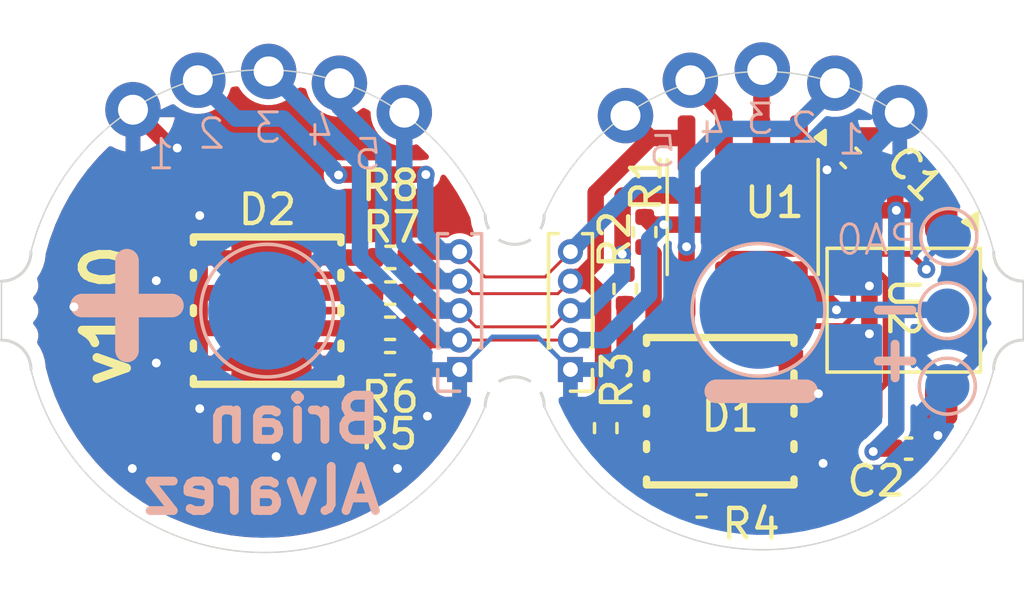
<source format=kicad_pcb>
(kicad_pcb (version 20241229) (generator "pcbnew") (generator_version "9.0")
  (layers (0 "F.Cu" signal) (2 "B.Cu" signal) (13 "F.Paste" user) (15 "B.Paste" user) (5 "F.SilkS" user "F.Silkscreen") (7 "B.SilkS" user "B.Silkscreen") (1 "F.Mask" user) (3 "B.Mask" user) (25 "Edge.Cuts" user))
  (net 0 "")
  (net 1 "VBATT")
  (net 2 "GND")
  (net 3 "/PA1")
  (net 4 "/PA7")
  (net 5 "/PA6")
  (net 6 "/PA2")
  (net 7 "/PA0")
  (net 8 "Net-(D1-Pad2)")
  (net 9 "Net-(D1-Pad4)")
  (net 10 "Net-(D1-Pad6)")
  (net 11 "Net-(D1-Pad8)")
  (net 12 "Net-(D2-Pad4)")
  (net 13 "Net-(D2-Pad8)")
  (net 14 "Net-(D2-Pad2)")
  (net 15 "Net-(D2-Pad6)")
  (net 16 "/PA3")
  (footprint "Resistor_SMD:R_0402_1005Metric" (layer "F.Cu") (at 105.723817 33.822241)
    (property "Reference" "R7" (at 0.0508 -2.2352 0) (layer "F.SilkS"))
    (property "Value" "27")
    (fp_line (start -0.153641 -0.38) (end 0.153641 -0.38) (stroke (width 0.12)) (layer "F.SilkS"))
    (fp_line (start -0.153641 0.38) (end 0.153641 0.38) (stroke (width 0.12)) (layer "F.SilkS"))
    (pad "1" smd roundrect (at -0.51 0) (size 0.54 0.64) (layers "F.Cu" "F.Mask" "F.Paste") (net 15 "Net-(D2-Pad6)"))
    (pad "2" smd roundrect (at 0.51 0) (size 0.54 0.64) (layers "F.Cu" "F.Mask" "F.Paste") (net 3 "/PA1"))
  )
  (footprint "Connector_PinHeader_1.00mm:PinHeader_1x05_P1.00mm_Vertical" (layer "F.Cu") (at 111.832825 36.417001 180)
    (property "Reference" "J2" (hide yes))
    (property "Value" "Conn_01x05" (hide yes))
    (fp_line (start 0.745 0.735) (end 0.745 4.61) (stroke (width 0.12)) (layer "F.SilkS"))
    (fp_line (start 0.685565 0.735) (end 0.745 0.735) (stroke (width 0.12)) (layer "F.SilkS"))
    (fp_line (start 0.41003 4.61) (end 0.745 4.61) (stroke (width 0.12)) (layer "F.SilkS"))
    (fp_line (start -0.745 4.61) (end -0.41003 4.61) (stroke (width 0.12)) (layer "F.SilkS"))
    (fp_line (start -0.745 0.735) (end -0.685565 0.735) (stroke (width 0.12)) (layer "F.SilkS"))
    (fp_line (start -0.745 0.735) (end -0.745 4.61) (stroke (width 0.12)) (layer "F.SilkS"))
    (fp_line (start -0.745 0) (end -0.745 -0.735) (stroke (width 0.12)) (layer "F.SilkS"))
    (fp_line (start -0.745 -0.735) (end 0 -0.735) (stroke (width 0.12)) (layer "F.SilkS"))
    (pad "1" thru_hole rect (at 0 0 180) (size 0.85 0.85) (drill 0.5) (layers "*.Cu" "*.Mask") (net 1 "VBATT"))
    (pad "2" thru_hole circle (at 0 1 180) (size 0.85 0.85) (drill 0.5) (layers "*.Cu" "*.Mask") (net 5 "/PA6"))
    (pad "3" thru_hole circle (at 0 2 180) (size 0.85 0.85) (drill 0.5) (layers "*.Cu" "*.Mask") (net 4 "/PA7"))
    (pad "4" thru_hole circle (at 0 3 180) (size 0.85 0.85) (drill 0.5) (layers "*.Cu" "*.Mask") (net 3 "/PA1"))
    (pad "5" thru_hole circle (at 0 4 180) (size 0.85 0.85) (drill 0.5) (layers "*.Cu" "*.Mask") (net 6 "/PA2"))
  )
  (footprint "Custom:1x01_P2.54mm castellated" (layer "F.Cu") (at 99.2 26.6 90)
    (property "Reference" "J8")
    (property "Value" "Conn_01x01")
    (pad "1" thru_hole circle (at 0 0 180) (size 1.8796 1.8796) (drill 1.016) (property pad_prop_castellated) (layers "*.Cu" "*.Mask") (net 6 "/PA2"))
  )
  (footprint "Panelization:MouseBite-Part_2.0x2.0mm_outset_D0.5mm_P0.85mm_3h" (layer "F.Cu") (at 126.183825 34.417 -90)
    (property "Reference" "REF**" (hide yes))
    (property "Value" "MouseBite-Part_2.0x2.0mm_outset_D0.5mm_P0.85mm_3h" (hide yes))
    (fp_arc (start 2 0) (mid 1.292893 -0.292893) (end 1 -1) (stroke (width 0.1)) (layer "Edge.Cuts"))
    (fp_arc (start -1 -1) (mid -1.292893 -0.292893) (end -2 0) (stroke (width 0.1)) (layer "Edge.Cuts"))
    (pad "" np_thru_hole circle (at -0.85 -0.25 90) (size 0.5 0.5) (drill 0.5) (layers "*.Cu" "*.Mask"))
    (pad "" np_thru_hole circle (at 0 -0.25 90) (size 0.5 0.5) (drill 0.5) (layers "*.Cu" "*.Mask"))
    (pad "" np_thru_hole circle (at 0.85 -0.25 90) (size 0.5 0.5) (drill 0.5) (layers "*.Cu" "*.Mask"))
  )
  (footprint "Package_SO:SOIC-8_3.9x4.9mm_P1.27mm" (layer "F.Cu") (at 117.674825 31.242 -90)
    (property "Reference" "U1" (at -0.492 -1.075175 180) (layer "F.SilkS"))
    (property "Value" "ATtiny202-SS" (hide yes))
    (fp_line (start 0 2.56) (end -1.95 2.56) (stroke (width 0.12)) (layer "F.SilkS"))
    (fp_line (start 0 2.56) (end 1.95 2.56) (stroke (width 0.12)) (layer "F.SilkS"))
    (fp_line (start 0 -2.56) (end -1.95 -2.56) (stroke (width 0.12)) (layer "F.SilkS"))
    (fp_line (start 0 -2.56) (end 1.95 -2.56) (stroke (width 0.12)) (layer "F.SilkS"))
    (fp_poly (pts (xy -2.7 -2.465) (xy -2.94 -2.795) (xy -2.46 -2.795)) (stroke (width 0.12)) (fill yes) (layer "F.SilkS"))
    (pad "1" smd roundrect (at -2.475 -1.905 270) (size 1.95 0.6) (layers "F.Cu" "F.Mask" "F.Paste") (net 1 "VBATT"))
    (pad "2" smd roundrect (at -2.475 -0.635 270) (size 1.95 0.6) (layers "F.Cu" "F.Mask" "F.Paste") (net 5 "/PA6"))
    (pad "3" smd roundrect (at -2.475 0.635 270) (size 1.95 0.6) (layers "F.Cu" "F.Mask" "F.Paste") (net 4 "/PA7"))
    (pad "4" smd roundrect (at -2.475 1.905 270) (size 1.95 0.6) (layers "F.Cu" "F.Mask" "F.Paste") (net 3 "/PA1"))
    (pad "5" smd roundrect (at 2.475 1.905 270) (size 1.95 0.6) (layers "F.Cu" "F.Mask" "F.Paste") (net 6 "/PA2"))
    (pad "6" smd roundrect (at 2.475 0.635 270) (size 1.95 0.6) (layers "F.Cu" "F.Mask" "F.Paste") (net 7 "/PA0"))
    (pad "7" smd roundrect (at 2.475 -0.635 270) (size 1.95 0.6) (layers "F.Cu" "F.Mask" "F.Paste") (net 16 "/PA3"))
    (pad "8" smd roundrect (at 2.475 -1.905 270) (size 1.95 0.6) (layers "F.Cu" "F.Mask" "F.Paste") (net 2 "GND"))
  )
  (footprint "Custom:1x01_P2.54mm castellated" (layer "F.Cu") (at 104 26.7 90)
    (property "Reference" "J10")
    (property "Value" "Conn_01x01")
    (pad "1" thru_hole circle (at 0 0 180) (size 1.8796 1.8796) (drill 1.016) (property pad_prop_castellated) (layers "*.Cu" "*.Mask") (net 4 "/PA7"))
  )
  (footprint "easyeda2kicad:LED-SMD_8P-L5.0-W5.0-P1.20_HL-5050RGBW-S1-A27" (layer "F.Cu") (at 116.912824 37.831498)
    (property "Reference" "D1" (at 0.337176 0.168502 0) (layer "F.SilkS"))
    (property "Value" "HL-5050RGBW-S1-A27")
    (fp_line (start -2.5 -2.5) (end -2.5 -2.3) (stroke (width 0.25)) (layer "F.SilkS"))
    (fp_line (start -2.5 -1.3) (end -2.5 -1.1) (stroke (width 0.25)) (layer "F.SilkS"))
    (fp_line (start -2.5 -0.1) (end -2.5 0.1) (stroke (width 0.25)) (layer "F.SilkS"))
    (fp_line (start -2.5 1.1) (end -2.5 1.3) (stroke (width 0.25)) (layer "F.SilkS"))
    (fp_line (start -2.5 2.3) (end -2.5 2.5) (stroke (width 0.25)) (layer "F.SilkS"))
    (fp_line (start -2.5 2.5) (end 2.5 2.5) (stroke (width 0.25)) (layer "F.SilkS"))
    (fp_line (start 2.5 -2.5) (end -2.5 -2.5) (stroke (width 0.25)) (layer "F.SilkS"))
    (fp_line (start 2.5 -2.3) (end 2.5 -2.5) (stroke (width 0.25)) (layer "F.SilkS"))
    (fp_line (start 2.5 -1.1) (end 2.5 -1.3) (stroke (width 0.25)) (layer "F.SilkS"))
    (fp_line (start 2.5 0.1) (end 2.5 -0.1) (stroke (width 0.25)) (layer "F.SilkS"))
    (fp_line (start 2.5 1.3) (end 2.5 1.1) (stroke (width 0.25)) (layer "F.SilkS"))
    (fp_line (start 2.5 2.5) (end 2.5 2.3) (stroke (width 0.25)) (layer "F.SilkS"))
    (pad "1" smd rect (at 2.26 -1.8 90) (size 0.54 1.1) (layers "F.Cu" "F.Mask" "F.Paste") (net 1 "VBATT"))
    (pad "2" smd rect (at -2.26 -1.8 90) (size 0.54 1.1) (layers "F.Cu" "F.Mask" "F.Paste") (net 8 "Net-(D1-Pad2)"))
    (pad "3" smd rect (at 2.26 -0.6 90) (size 0.54 1.1) (layers "F.Cu" "F.Mask" "F.Paste") (net 1 "VBATT"))
    (pad "4" smd rect (at -2.26 -0.6 90) (size 0.54 1.1) (layers "F.Cu" "F.Mask" "F.Paste") (net 9 "Net-(D1-Pad4)"))
    (pad "5" smd rect (at 2.26 0.6 90) (size 0.54 1.1) (layers "F.Cu" "F.Mask" "F.Paste") (net 1 "VBATT"))
    (pad "6" smd rect (at -2.26 0.6 90) (size 0.54 1.1) (layers "F.Cu" "F.Mask" "F.Paste") (net 10 "Net-(D1-Pad6)"))
    (pad "7" smd rect (at 2.26 1.8 90) (size 0.54 1.1) (layers "F.Cu" "F.Mask" "F.Paste") (net 1 "VBATT"))
    (pad "8" smd rect (at -2.26 1.8 90) (size 0.54 1.1) (layers "F.Cu" "F.Mask" "F.Paste") (net 11 "Net-(D1-Pad8)"))
  )
  (footprint "Panelization:MouseBite-Slot_2.0x4.5mm_outset_D0.5mm_P0.85mm_5h_Trace" (layer "F.Cu") (at 110.943825 34.417 90)
    (property "Reference" "REF**" (hide yes))
    (property "Value" "MouseBite-Slot_2.0x4.5mm_outset_D0.5mm_P0.85mm_5h_Trace" (hide yes))
    (fp_arc (start -3.25 -2) (mid -2.25 -1) (end -3.25 0) (stroke (width 0.1)) (layer "Edge.Cuts"))
    (fp_arc (start 3.25 0) (mid 2.25 -1) (end 3.25 -2) (stroke (width 0.1)) (layer "Edge.Cuts"))
    (pad "" np_thru_hole circle (at -2.55 -1.75 270) (size 0.5 0.5) (drill 0.5) (layers "*.Cu" "*.Mask"))
    (pad "" np_thru_hole circle (at -2.55 -0.25 270) (size 0.5 0.5) (drill 0.5) (layers "*.Cu" "*.Mask"))
    (pad "" np_thru_hole circle (at -1.7 -1.75 270) (size 0.5 0.5) (drill 0.5) (layers "*.Cu" "*.Mask"))
    (pad "" np_thru_hole circle (at -1.7 -0.25 270) (size 0.5 0.5) (drill 0.5) (layers "*.Cu" "*.Mask"))
    (pad "" np_thru_hole circle (at 0 -1.75 270) (size 0.5 0.5) (drill 0.5) (layers "*.Cu" "*.Mask"))
    (pad "" np_thru_hole circle (at 0 -0.25 270) (size 0.5 0.5) (drill 0.5) (layers "*.Cu" "*.Mask"))
    (pad "" np_thru_hole circle (at 1.7 -1.75 270) (size 0.5 0.5) (drill 0.5) (layers "*.Cu" "*.Mask"))
    (pad "" np_thru_hole circle (at 1.7 -0.25 270) (size 0.5 0.5) (drill 0.5) (layers "*.Cu" "*.Mask"))
    (pad "" np_thru_hole circle (at 2.55 -1.75 270) (size 0.5 0.5) (drill 0.5) (layers "*.Cu" "*.Mask"))
    (pad "" np_thru_hole circle (at 2.55 -0.25 270) (size 0.5 0.5) (drill 0.5) (layers "*.Cu" "*.Mask"))
  )
  (footprint "Custom:1x01_P2.54mm castellated" (layer "F.Cu") (at 97 27.6 90)
    (property "Reference" "J12")
    (property "Value" "Conn_01x01")
    (pad "1" thru_hole circle (at 0 0 180) (size 1.8796 1.8796) (drill 1.016) (property pad_prop_castellated) (layers "*.Cu" "*.Mask") (net 1 "VBATT"))
  )
  (footprint "Custom:1x01_P2.54mm castellated" (layer "F.Cu") (at 101.6 26.3 90)
    (property "Reference" "J11")
    (property "Value" "Conn_01x01")
    (pad "1" thru_hole circle (at 0 0 180) (size 1.8796 1.8796) (drill 1.016) (property pad_prop_castellated) (layers "*.Cu" "*.Mask") (net 5 "/PA6"))
  )
  (footprint "Resistor_SMD:R_0402_1005Metric" (layer "F.Cu") (at 113.6904 33.6804 -90)
    (property "Reference" "R2" (at -1.6764 0.3556 90) (layer "F.SilkS"))
    (property "Value" "27" (hide yes))
    (fp_line (start -0.153641 0.38) (end 0.153641 0.38) (stroke (width 0.12)) (layer "F.SilkS"))
    (fp_line (start -0.153641 -0.38) (end 0.153641 -0.38) (stroke (width 0.12)) (layer "F.SilkS"))
    (pad "1" smd roundrect (at -0.51 0 270) (size 0.54 0.64) (layers "F.Cu" "F.Mask" "F.Paste") (net 4 "/PA7"))
    (pad "2" smd roundrect (at 0.51 0 270) (size 0.54 0.64) (layers "F.Cu" "F.Mask" "F.Paste") (net 9 "Net-(D1-Pad4)"))
  )
  (footprint "Resistor_SMD:R_0402_1005Metric" (layer "F.Cu") (at 105.718284 35.017318)
    (property "Reference" "R6" (at 0 2.3368 0) (layer "F.SilkS"))
    (property "Value" "27")
    (fp_line (start -0.153641 -0.38) (end 0.153641 -0.38) (stroke (width 0.12)) (layer "F.SilkS"))
    (fp_line (start -0.153641 0.38) (end 0.153641 0.38) (stroke (width 0.12)) (layer "F.SilkS"))
    (pad "1" smd roundrect (at -0.51 0) (size 0.54 0.64) (layers "F.Cu" "F.Mask" "F.Paste") (net 12 "Net-(D2-Pad4)"))
    (pad "2" smd roundrect (at 0.51 0) (size 0.54 0.64) (layers "F.Cu" "F.Mask" "F.Paste") (net 4 "/PA7"))
  )
  (footprint "Custom:1x01_P2.54mm castellated" (layer "F.Cu") (at 115.9 26.6 90)
    (property "Reference" "J4")
    (property "Value" "Conn_01x01")
    (pad "1" thru_hole circle (at 0 0 180) (size 1.8796 1.8796) (drill 1.016) (property pad_prop_castellated) (layers "*.Cu" "*.Mask") (net 4 "/PA7"))
  )
  (footprint "Resistor_SMD:R_0402_1005Metric" (layer "F.Cu") (at 105.72946 32.6136)
    (property "Reference" "R8" (at 0.002 -2.4384 0) (layer "F.SilkS"))
    (property "Value" "75")
    (fp_line (start -0.153641 -0.38) (end 0.153641 -0.38) (stroke (width 0.12)) (layer "F.SilkS"))
    (fp_line (start -0.153641 0.38) (end 0.153641 0.38) (stroke (width 0.12)) (layer "F.SilkS"))
    (pad "1" smd roundrect (at -0.51 0) (size 0.54 0.64) (layers "F.Cu" "F.Mask" "F.Paste") (net 13 "Net-(D2-Pad8)"))
    (pad "2" smd roundrect (at 0.51 0) (size 0.54 0.64) (layers "F.Cu" "F.Mask" "F.Paste") (net 6 "/PA2"))
  )
  (footprint "Resistor_SMD:R_0402_1005Metric" (layer "F.Cu") (at 113.03 38.4048 -90)
    (property "Reference" "R3" (at -1.6256 -0.38 270) (layer "F.SilkS"))
    (property "Value" "27" (hide yes))
    (fp_line (start -0.153641 0.38) (end 0.153641 0.38) (stroke (width 0.12)) (layer "F.SilkS"))
    (fp_line (start -0.153641 -0.38) (end 0.153641 -0.38) (stroke (width 0.12)) (layer "F.SilkS"))
    (pad "1" smd roundrect (at -0.51 0 270) (size 0.54 0.64) (layers "F.Cu" "F.Mask" "F.Paste") (net 3 "/PA1"))
    (pad "2" smd roundrect (at 0.51 0 270) (size 0.54 0.64) (layers "F.Cu" "F.Mask" "F.Paste") (net 10 "Net-(D1-Pad6)"))
  )
  (footprint "Custom:1x01_P2.54mm castellated" (layer "F.Cu") (at 113.7 27.8 90)
    (property "Reference" "J5")
    (property "Value" "Conn_01x01")
    (pad "1" thru_hole circle (at 0 0 180) (size 1.8796 1.8796) (drill 1.016) (property pad_prop_castellated) (layers "*.Cu" "*.Mask") (net 3 "/PA1"))
  )
  (footprint "OptoDevice:Everlight_IRM-H6xxT" (layer "F.Cu") (at 123.135824 34.402498 -90)
    (property "Reference" "U2" (at -0.097502 0 270) (layer "F.SilkS"))
    (property "Value" "IRM-H638T/TR2" (hide yes))
    (fp_line (start -2.1 2.6) (end -2.1 -2.6) (stroke (width 0.12)) (layer "F.SilkS"))
    (fp_line (start 2.1 2.6) (end -2.1 2.6) (stroke (width 0.12)) (layer "F.SilkS"))
    (fp_line (start -2.1 -2.6) (end 2.1 -2.6) (stroke (width 0.12)) (layer "F.SilkS"))
    (fp_line (start 2.1 -2.6) (end 2.1 2.6) (stroke (width 0.12)) (layer "F.SilkS"))
    (fp_poly (pts (xy -3.299999 -2.5) (xy -2.7 -2.5) (xy -3 -2)) (stroke (width 0.12)) (fill yes) (layer "F.SilkS"))
    (pad "1" smd roundrect (at -3.15 -1.27 270) (size 1.5 1.1) (layers "F.Cu" "F.Mask" "F.Paste") (net 2 "GND"))
    (pad "2" smd roundrect (at -3.15 1.27 270) (size 1.5 1.1) (layers "F.Cu" "F.Mask" "F.Paste") (net 2 "GND"))
    (pad "3" smd roundrect (at 3.15 1.27 270) (size 1.5 1.1) (layers "F.Cu" "F.Mask" "F.Paste") (net 16 "/PA3"))
    (pad "4" smd roundrect (at 3.15 -1.27 270) (size 1.5 1.1) (layers "F.Cu" "F.Mask" "F.Paste") (net 1 "VBATT"))
  )
  (footprint "Custom:1x01_P2.54mm castellated" (layer "F.Cu") (at 120.8 26.7 90)
    (property "Reference" "J6")
    (property "Value" "Conn_01x01")
    (pad "1" thru_hole circle (at 0 0 180) (size 1.8796 1.8796) (drill 1.016) (property pad_prop_castellated) (layers "*.Cu" "*.Mask") (net 6 "/PA2"))
  )
  (footprint "Panelization:MouseBite-Part_2.0x2.0mm_outset_D0.5mm_P0.85mm_3h" (layer "F.Cu") (at 93.540825 34.417 90)
    (property "Reference" "REF**" (hide yes))
    (property "Value" "MouseBite-Part_2.0x2.0mm_outset_D0.5mm_P0.85mm_3h" (hide yes))
    (fp_arc (start -1 -1) (mid -1.292893 -0.292893) (end -2 0) (stroke (width 0.1)) (layer "Edge.Cuts"))
    (fp_arc (start 2 0) (mid 1.292893 -0.292893) (end 1 -1) (stroke (width 0.1)) (layer "Edge.Cuts"))
    (pad "" np_thru_hole circle (at -0.85 -0.25 270) (size 0.5 0.5) (drill 0.5) (layers "*.Cu" "*.Mask"))
    (pad "" np_thru_hole circle (at 0 -0.25 270) (size 0.5 0.5) (drill 0.5) (layers "*.Cu" "*.Mask"))
    (pad "" np_thru_hole circle (at 0.85 -0.25 270) (size 0.5 0.5) (drill 0.5) (layers "*.Cu" "*.Mask"))
  )
  (footprint "Custom:1x01_P2.54mm castellated" (layer "F.Cu") (at 123 27.7 90)
    (property "Reference" "J7")
    (property "Value" "Conn_01x01")
    (pad "1" thru_hole circle (at 0 0 180) (size 1.8796 1.8796) (drill 1.016) (property pad_prop_castellated) (layers "*.Cu" "*.Mask") (net 1 "VBATT"))
  )
  (footprint "Resistor_SMD:R_0402_1005Metric" (layer "F.Cu") (at 105.716799 36.2204 180)
    (property "Reference" "R5" (at 0.0508 -2.3876 0) (layer "F.SilkS"))
    (property "Value" "27")
    (fp_line (start -0.153641 0.38) (end 0.153641 0.38) (stroke (width 0.12)) (layer "F.SilkS"))
    (fp_line (start -0.153641 -0.38) (end 0.153641 -0.38) (stroke (width 0.12)) (layer "F.SilkS"))
    (pad "1" smd roundrect (at -0.51 0 180) (size 0.54 0.64) (layers "F.Cu" "F.Mask" "F.Paste") (net 5 "/PA6"))
    (pad "2" smd roundrect (at 0.51 0 180) (size 0.54 0.64) (layers "F.Cu" "F.Mask" "F.Paste") (net 14 "Net-(D2-Pad2)"))
  )
  (footprint "Capacitor_SMD:C_0402_1005Metric" (layer "F.Cu") (at 121.3358 29.2354 -45)
    (property "Reference" "C1" (at 1.894198 -1.166443 135) (layer "F.SilkS"))
    (property "Value" "100nF" (hide yes))
    (fp_line (start -0.107836 0.36) (end 0.107836 0.36) (stroke (width 0.12)) (layer "F.SilkS"))
    (fp_line (start -0.107836 -0.36) (end 0.107836 -0.36) (stroke (width 0.12)) (layer "F.SilkS"))
    (pad "1" smd roundrect (at -0.48 0 315) (size 0.56 0.62) (layers "F.Cu" "F.Mask" "F.Paste") (net 1 "VBATT"))
    (pad "2" smd roundrect (at 0.48 0 315) (size 0.56 0.62) (layers "F.Cu" "F.Mask" "F.Paste") (net 2 "GND"))
  )
  (footprint "easyeda2kicad:LED-SMD_8P-L5.0-W5.0-P1.20_HL-5050RGBW-S1-A27" (layer "F.Cu") (at 101.5492 34.417 180)
    (property "Reference" "D2" (at -0.011 3.4278 0) (layer "F.SilkS"))
    (property "Value" "HL-5050RGBW-S1-A27" (hide yes))
    (fp_line (start 2.5 2.5) (end 2.5 2.3) (stroke (width 0.25)) (layer "F.SilkS"))
    (fp_line (start 2.5 1.3) (end 2.5 1.1) (stroke (width 0.25)) (layer "F.SilkS"))
    (fp_line (start 2.5 0.1) (end 2.5 -0.1) (stroke (width 0.25)) (layer "F.SilkS"))
    (fp_line (start 2.5 -1.1) (end 2.5 -1.3) (stroke (width 0.25)) (layer "F.SilkS"))
    (fp_line (start 2.5 -2.3) (end 2.5 -2.5) (stroke (width 0.25)) (layer "F.SilkS"))
    (fp_line (start 2.5 -2.5) (end -2.5 -2.5) (stroke (width 0.25)) (layer "F.SilkS"))
    (fp_line (start -2.5 2.5) (end 2.5 2.5) (stroke (width 0.25)) (layer "F.SilkS"))
    (fp_line (start -2.5 2.3) (end -2.5 2.5) (stroke (width 0.25)) (layer "F.SilkS"))
    (fp_line (start -2.5 1.1) (end -2.5 1.3) (stroke (width 0.25)) (layer "F.SilkS"))
    (fp_line (start -2.5 -0.1) (end -2.5 0.1) (stroke (width 0.25)) (layer "F.SilkS"))
    (fp_line (start -2.5 -1.3) (end -2.5 -1.1) (stroke (width 0.25)) (layer "F.SilkS"))
    (fp_line (start -2.5 -2.5) (end -2.5 -2.3) (stroke (width 0.25)) (layer "F.SilkS"))
    (pad "1" smd rect (at 2.26 -1.8 270) (size 0.54 1.1) (layers "F.Cu" "F.Mask" "F.Paste") (net 1 "VBATT"))
    (pad "2" smd rect (at -2.26 -1.8 270) (size 0.54 1.1) (layers "F.Cu" "F.Mask" "F.Paste") (net 14 "Net-(D2-Pad2)"))
    (pad "3" smd rect (at 2.26 -0.6 270) (size 0.54 1.1) (layers "F.Cu" "F.Mask" "F.Paste") (net 1 "VBATT"))
    (pad "4" smd rect (at -2.26 -0.6 270) (size 0.54 1.1) (layers "F.Cu" "F.Mask" "F.Paste") (net 12 "Net-(D2-Pad4)"))
    (pad "5" smd rect (at 2.26 0.6 270) (size 0.54 1.1) (layers "F.Cu" "F.Mask" "F.Paste") (net 1 "VBATT"))
    (pad "6" smd rect (at -2.26 0.6 270) (size 0.54 1.1) (layers "F.Cu" "F.Mask" "F.Paste") (net 15 "Net-(D2-Pad6)"))
    (pad "7" smd rect (at 2.26 1.8 270) (size 0.54 1.1) (layers "F.Cu" "F.Mask" "F.Paste") (net 1 "VBATT"))
    (pad "8" smd rect (at -2.26 1.8 270) (size 0.54 1.1) (layers "F.Cu" "F.Mask" "F.Paste") (net 13 "Net-(D2-Pad8)"))
  )
  (footprint "Resistor_SMD:R_0402_1005Metric" (layer "F.Cu") (at 114.3508 31.75 90)
    (property "Reference" "R1" (at 1.6764 0.0508 90) (layer "F.SilkS"))
    (property "Value" "27" (hide yes))
    (fp_line (start -0.153641 -0.38) (end 0.153641 -0.38) (stroke (width 0.12)) (layer "F.SilkS"))
    (fp_line (start -0.153641 0.38) (end 0.153641 0.38) (stroke (width 0.12)) (layer "F.SilkS"))
    (pad "1" smd roundrect (at -0.51 0 90) (size 0.54 0.64) (layers "F.Cu" "F.Mask" "F.Paste") (net 8 "Net-(D1-Pad2)"))
    (pad "2" smd roundrect (at 0.51 0 90) (size 0.54 0.64) (layers "F.Cu" "F.Mask" "F.Paste") (net 5 "/PA6"))
  )
  (footprint "Custom:1x01_P2.54mm castellated" (layer "F.Cu") (at 106.2 27.7 90)
    (property "Reference" "J9")
    (property "Value" "Conn_01x01")
    (pad "1" thru_hole circle (at 0 0 180) (size 1.8796 1.8796) (drill 1.016) (property pad_prop_castellated) (layers "*.Cu" "*.Mask") (net 3 "/PA1"))
  )
  (footprint "Capacitor_SMD:C_0402_1005Metric" (layer "F.Cu") (at 123.3 39.1 180)
    (property "Reference" "C2" (at 1.1 -1.1 0) (layer "F.SilkS"))
    (property "Value" "100nF" (hide yes))
    (fp_line (start -0.107836 0.36) (end 0.107836 0.36) (stroke (width 0.12)) (layer "F.SilkS"))
    (fp_line (start -0.107836 -0.36) (end 0.107836 -0.36) (stroke (width 0.12)) (layer "F.SilkS"))
    (pad "1" smd roundrect (at -0.48 0 180) (size 0.56 0.62) (layers "F.Cu" "F.Mask" "F.Paste") (net 1 "VBATT"))
    (pad "2" smd roundrect (at 0.48 0 180) (size 0.56 0.62) (layers "F.Cu" "F.Mask" "F.Paste") (net 2 "GND"))
  )
  (footprint "Resistor_SMD:R_0402_1005Metric" (layer "F.Cu") (at 116.2812 41.0464 180)
    (property "Reference" "R4" (at -1.6764 -0.6096 180) (layer "F.SilkS"))
    (property "Value" "75" (hide yes))
    (fp_line (start -0.153641 0.38) (end 0.153641 0.38) (stroke (width 0.12)) (layer "F.SilkS"))
    (fp_line (start -0.153641 -0.38) (end 0.153641 -0.38) (stroke (width 0.12)) (layer "F.SilkS"))
    (pad "1" smd roundrect (at -0.51 0 180) (size 0.54 0.64) (layers "F.Cu" "F.Mask" "F.Paste") (net 6 "/PA2"))
    (pad "2" smd roundrect (at 0.51 0 180) (size 0.54 0.64) (layers "F.Cu" "F.Mask" "F.Paste") (net 11 "Net-(D1-Pad8)"))
  )
  (footprint "Custom:1x01_P2.54mm castellated" (layer "F.Cu") (at 118.3386 26.25 90)
    (property "Reference" "J3")
    (property "Value" "Conn_01x01")
    (pad "1" thru_hole circle (at 0 0 180) (size 1.8796 1.8796) (drill 1.016) (property pad_prop_castellated) (layers "*.Cu" "*.Mask") (net 5 "/PA6"))
  )
  (footprint "Connector_PinHeader_1.00mm:PinHeader_1x05_P1.00mm_Vertical" (layer "B.Cu") (at 108.077 36.417)
    (property "Reference" "J1" (hide yes))
    (property "Value" "Conn_01x05" (hide yes))
    (fp_line (start -0.745 -4.61) (end -0.41003 -4.61) (stroke (width 0.12)) (layer "B.SilkS"))
    (fp_line (start -0.745 -0.735) (end -0.745 -4.61) (stroke (width 0.12)) (layer "B.SilkS"))
    (fp_line (start -0.745 -0.735) (end -0.685565 -0.735) (stroke (width 0.12)) (layer "B.SilkS"))
    (fp_line (start -0.745 0) (end -0.745 0.735) (stroke (width 0.12)) (layer "B.SilkS"))
    (fp_line (start -0.745 0.735) (end 0 0.735) (stroke (width 0.12)) (layer "B.SilkS"))
    (fp_line (start 0.41003 -4.61) (end 0.745 -4.61) (stroke (width 0.12)) (layer "B.SilkS"))
    (fp_line (start 0.685565 -0.735) (end 0.745 -0.735) (stroke (width 0.12)) (layer "B.SilkS"))
    (fp_line (start 0.745 -0.735) (end 0.745 -4.61) (stroke (width 0.12)) (layer "B.SilkS"))
    (pad "1" thru_hole rect (at 0 0) (size 0.85 0.85) (drill 0.5) (layers "*.Cu" "*.Mask") (net 1 "VBATT"))
    (pad "2" thru_hole circle (at 0 -1) (size 0.85 0.85) (drill 0.5) (layers "*.Cu" "*.Mask") (net 5 "/PA6"))
    (pad "3" thru_hole circle (at 0 -2) (size 0.85 0.85) (drill 0.5) (layers "*.Cu" "*.Mask") (net 4 "/PA7"))
    (pad "4" thru_hole circle (at 0 -3) (size 0.85 0.85) (drill 0.5) (layers "*.Cu" "*.Mask") (net 3 "/PA1"))
    (pad "5" thru_hole circle (at 0 -4) (size 0.85 0.85) (drill 0.5) (layers "*.Cu" "*.Mask") (net 6 "/PA2"))
  )
  (footprint "TestPoint:TestPoint_Pad_D4.0mm" (layer "B.Cu") (at 101.5492 34.417 180)
    (property "Reference" "TP1" (hide yes))
    (property "Value" "+" (hide yes))
    (fp_circle (center 0 0) (end 0 -2.25) (stroke (width 0.12)) (fill no) (layer "B.SilkS"))
    (pad "1" smd circle (at 0 0 180) (size 4 4) (layers "B.Cu" "B.Mask") (net 1 "VBATT"))
  )
  (footprint "TestPoint:TestPoint_Pad_D1.5mm" (layer "B.Cu") (at 124.6124 34.417 180)
    (property "Reference" "TP4" (hide yes))
    (property "Value" "-" (hide yes))
    (fp_circle (center 0 0) (end 0 -0.95) (stroke (width 0.12)) (fill no) (layer "B.SilkS"))
    (pad "1" smd circle (at 0 0 180) (size 1.5 1.5) (layers "B.Cu" "B.Mask") (net 2 "GND"))
  )
  (footprint "TestPoint:TestPoint_Pad_D1.5mm" (layer "B.Cu") (at 124.6124 36.9824 180)
    (property "Reference" "TP5" (hide yes))
    (property "Value" "VBATT" (hide yes))
    (fp_circle (center 0 0) (end 0 -0.95) (stroke (width 0.12)) (fill no) (layer "B.SilkS"))
    (pad "1" smd circle (at 0 0 180) (size 1.5 1.5) (layers "B.Cu" "B.Mask") (net 1 "VBATT"))
  )
  (footprint "TestPoint:TestPoint_Pad_D1.5mm" (layer "B.Cu") (at 124.6632 31.9024 180)
    (property "Reference" "TP3" (hide yes))
    (property "Value" "PA0" (hide yes))
    (fp_circle (center 0 0) (end 0 -0.95) (stroke (width 0.12)) (fill no) (layer "B.SilkS"))
    (pad "1" smd circle (at 0 0 180) (size 1.5 1.5) (layers "B.Cu" "B.Mask") (net 7 "/PA0"))
  )
  (footprint "TestPoint:TestPoint_Pad_D4.0mm" (layer "B.Cu") (at 118.2116 34.3916)
    (property "Reference" "TP2" (hide yes))
    (property "Value" "-" (hide yes))
    (fp_circle (center 0 0) (end 0 -2.25) (stroke (width 0.12)) (fill no) (layer "B.SilkS"))
    (pad "1" smd circle (at 0 0) (size 4 4) (layers "B.Cu" "B.Mask") (net 2 "GND"))
  )
  (gr_line (start 92.5408 35.417) (end 92.5408 33.417024) (stroke (width 0.05)) (layer "Edge.Cuts"))
  (gr_arc (start 93.540825 32.417) (mid 100.794209 26.270092) (end 108.943826 31.167) (stroke (width 0.05)) (layer "Edge.Cuts"))
  (gr_line (start 127.183825 35.417) (end 127.183825 33.417) (stroke (width 0.05)) (layer "Edge.Cuts"))
  (gr_arc (start 110.943825 31.167) (mid 119.011921 26.3289) (end 126.183825 32.417) (stroke (width 0.05)) (layer "Edge.Cuts"))
  (gr_arc (start 126.183826 36.417001) (mid 119.011919 42.505081) (end 110.943826 37.667) (stroke (width 0.05)) (layer "Edge.Cuts"))
  (gr_arc (start 108.943824 37.667) (mid 100.791332 42.599298) (end 93.540824 36.417001) (stroke (width 0.05)) (layer "Edge.Cuts"))
  (gr_text "v1.0" (at 96.9772 37.1348 90) (layer "F.SilkS") (effects (font (size 1.5 1.5) (thickness 0.3) (bold yes)) (justify left bottom)))
  (gr_text "Brian\nAlvarez" (at 105.5624 41.402 0) (layer "B.SilkS") (effects (font (size 1.5 1.5) (thickness 0.3) (bold yes)) (justify left bottom mirror)))
  (gr_text "-" (at 121.7168 33.6296 180) (layer "B.SilkS") (effects (font (size 1.5 1.5) (thickness 0.3) (bold yes)) (justify left bottom mirror)))
  (gr_text "+" (at 121.7168 35.3568 180) (layer "B.SilkS") (effects (font (size 1.5 1.5) (thickness 0.3) (bold yes)) (justify left bottom mirror)))
  (gr_text "PA0\n" (at 123.7 32.6 0) (layer "B.SilkS") (effects (font (size 1 1) (thickness 0.1)) (justify left bottom mirror)))
  (gr_text "-" (at 115.3 35.1 180) (layer "B.SilkS") (effects (font (size 4 4) (thickness 0.8) (bold yes)) (justify left bottom mirror)))
  (gr_text "1" (at 98.5 29.7 0) (layer "B.SilkS") (effects (font (size 1 1) (thickness 0.1)) (justify left bottom mirror)))
  (gr_text "1" (at 121.9 29.2 0) (layer "B.SilkS") (effects (font (size 1 1) (thickness 0.1)) (justify left bottom mirror)))
  (gr_text "5" (at 115.5 29.6 0) (layer "B.SilkS") (effects (font (size 1 1) (thickness 0.1)) (justify left bottom mirror)))
  (gr_text "4" (at 117.2 28.8 0) (layer "B.SilkS") (effects (font (size 1 1) (thickness 0.1)) (justify left bottom mirror)))
  (gr_text "2" (at 120.3 28.8 0) (layer "B.SilkS") (effects (font (size 1 1) (thickness 0.1)) (justify left bottom mirror)))
  (gr_text "3" (at 102.1 28.8 0) (layer "B.SilkS") (effects (font (size 1 1) (thickness 0.1)) (justify left bottom mirror)))
  (gr_text "2" (at 100.2 29 0) (layer "B.SilkS") (effects (font (size 1 1) (thickness 0.1)) (justify left bottom mirror)))
  (gr_text "5" (at 105.5 29.7 0) (layer "B.SilkS") (effects (font (size 1 1) (thickness 0.1)) (justify left bottom mirror)))
  (gr_text "4" (at 103.9 28.9 0) (layer "B.SilkS") (effects (font (size 1 1) (thickness 0.1)) (justify left bottom mirror)))
  (gr_text "+" (at 99.8 36.3 0) (layer "B.SilkS") (effects (font (size 4 4) (thickness 0.8) (bold yes)) (justify left bottom mirror)))
  (gr_text "3" (at 118.8 28.5 0) (layer "B.SilkS") (effects (font (size 1 1) (thickness 0.1)) (justify left bottom mirror)))
  (segment (start 120.7304 39.9304) (end 120.4 39.6) (width 0.5588) (layer "F.Cu") (net 1))
  (segment (start 119.172824 38.431498) (end 119.172824 39.631498) (width 0.5588) (layer "F.Cu") (net 1))
  (segment (start 120.238698 37.231498) (end 120.2436 37.2364) (width 0.5588) (layer "F.Cu") (net 1))
  (segment (start 121.418978 28.4734) (end 122.5296 28.4734) (width 0.5588) (layer "F.Cu") (net 1))
  (segment (start 120.368502 39.631498) (end 120.4 39.6) (width 0.5588) (layer "F.Cu") (net 1))
  (segment (start 123.847218 39.1) (end 124.293215 38.654003) (width 0.5588) (layer "F.Cu") (net 1))
  (segment (start 122.5296 28.4734) (end 123.1646 27.8384) (width 0.5588) (layer "F.Cu") (net 1))
  (segment (start 120.2436 36.9316) (end 121.9708 35.2044) (width 0.5588) (layer "F.Cu") (net 1))
  (segment (start 123.78 39.1) (end 123.847218 39.1) (width 0.5588) (layer "F.Cu") (net 1))
  (segment (start 119.172824 37.231498) (end 120.238698 37.231498) (width 0.5588) (layer "F.Cu") (net 1))
  (segment (start 120.996389 28.895989) (end 121.418978 28.4734) (width 0.5588) (layer "F.Cu") (net 1))
  (segment (start 124.293215 38.654003) (end 124.293215 37.665107) (width 0.5588) (layer "F.Cu") (net 1))
  (segment (start 119.172824 39.631498) (end 120.368502 39.631498) (width 0.5588) (layer "F.Cu") (net 1))
  (segment (start 98.3 28.9) (end 97 27.6) (width 0.5588) (layer "F.Cu") (net 1))
  (segment (start 120.532324 29.512998) (end 119.579825 28.560499) (width 0.5588) (layer "F.Cu") (net 1))
  (segment (start 124.293215 37.665107) (end 124.405824 37.552498) (width 0.5588) (layer "F.Cu") (net 1))
  (segment (start 120.532324 29.639998) (end 120.532324 29.512998) (width 0.5588) (layer "F.Cu") (net 1))
  (segment (start 123.78 39.260548) (end 123.110148 39.9304) (width 0.5588) (layer "F.Cu") (net 1))
  (segment (start 120.532324 29.639998) (end 120.532324 29.360054) (width 0.5588) (layer "F.Cu") (net 1))
  (segment (start 119.172824 36.031498) (end 119.172824 37.231498) (width 0.5588) (layer "F.Cu") (net 1))
  (segment (start 123.78 39.1) (end 123.78 39.260548) (width 0.5588) (layer "F.Cu") (net 1))
  (segment (start 98.5 28.9) (end 98.3 28.9) (width 0.5588) (layer "F.Cu") (net 1))
  (segment (start 120.2436 37.2364) (end 120.2436 36.9316) (width 0.5588) (layer "F.Cu") (net 1))
  (segment (start 123.110148 39.9304) (end 120.7304 39.9304) (width 0.5588) (layer "F.Cu") (net 1))
  (segment (start 120.532324 29.360054) (end 120.996389 28.895989) (width 0.5588) (layer "F.Cu") (net 1))
  (segment (start 119.172824 37.231498) (end 119.172824 38.431498) (width 0.5588) (layer "F.Cu") (net 1))
  (segment (start 121.9708 33.5788) (end 121.9708 35.2044) (width 0.5588) (layer "F.Cu") (net 1))
  (via (at 120.2436 37.2364) (size 0.6) (drill 0.3) (layers "F.Cu" "B.Cu") (net 1))
  (via (at 96.9772 39.7764) (size 0.6) (drill 0.3) (layers "F.Cu" "B.Cu") (net 1))
  (via (at 97.79 33.401) (size 0.6) (drill 0.3) (layers "F.Cu" "B.Cu") (net 1))
  (via (at 101.854 39.37) (size 0.6) (drill 0.3) (layers "F.Cu" "B.Cu") (net 1))
  (via (at 120.4 39.6) (size 0.6) (drill 0.3) (layers "F.Cu" "B.Cu") (net 1))
  (via (at 106.9848 37.9984) (size 0.6) (drill 0.3) (layers "F.Cu" "B.Cu") (net 1))
  (via (at 105.9688 39.7764) (size 0.6) (drill 0.3) (layers "F.Cu" "B.Cu") (net 1))
  (via (at 121.9708 35.2044) (size 0.6) (drill 0.3) (layers "F.Cu" "B.Cu") (net 1))
  (via (at 124.293215 38.654003) (size 0.6) (drill 0.3) (layers "F.Cu" "B.Cu") (net 1))
  (via (at 97.79 36.195) (size 0.6) (drill 0.3) (layers "F.Cu" "B.Cu") (net 1))
  (via (at 99.2632 31.1912) (size 0.6) (drill 0.3) (layers "F.Cu" "B.Cu") (net 1))
  (via (at 120.532324 29.639998) (size 0.6) (drill 0.3) (layers "F.Cu" "B.Cu") (net 1))
  (via (at 94.996 34.29) (size 0.6) (drill 0.3) (layers "F.Cu" "B.Cu") (net 1))
  (via (at 99.2632 37.7444) (size 0.6) (drill 0.3) (layers "F.Cu" "B.Cu") (net 1))
  (via (at 121.9708 33.5788) (size 0.6) (drill 0.3) (layers "F.Cu" "B.Cu") (net 1))
  (via (at 98.5 28.9) (size 0.6) (drill 0.3) (layers "F.Cu" "B.Cu") (net 1))
  (segment (start 120.532324 29.639998) (end 121.363002 29.639998) (width 0.5588) (layer "B.Cu") (net 1))
  (segment (start 120.4 39.6) (end 120.7304 39.9304) (width 0.5588) (layer "B.Cu") (net 1))
  (segment (start 124.293215 37.301585) (end 124.6124 36.9824) (width 0.5588) (layer "B.Cu") (net 1))
  (segment (start 124.293215 38.654003) (end 124.293215 37.301585) (width 0.5588) (layer "B.Cu") (net 1))
  (segment (start 121.363002 29.639998) (end 123.1646 27.8384) (width 0.5588) (layer "B.Cu") (net 1))
  (segment (start 109.188 35.306) (end 110.721824 35.306) (width 0.1524) (layer "B.Cu") (net 1))
  (segment (start 111.832825 36.417001) (end 110.721824 35.306) (width 0.1524) (layer "B.Cu") (net 1))
  (segment (start 108.077 36.417) (end 109.188 35.306) (width 0.1524) (layer "B.Cu") (net 1))
  (segment (start 120.7304 39.9304) (end 122.402542 39.9304) (width 0.5588) (layer "B.Cu") (net 1))
  (segment (start 121.943343 29.574811) (end 121.675211 29.574811) (width 0.5588) (layer "F.Cu") (net 2))
  (segment (start 122.846224 30.977799) (end 122.846224 30.477692) (width 0.5588) (layer "F.Cu") (net 2))
  (segment (start 122.881825 31.0134) (end 122.104922 31.0134) (width 0.5588) (layer "F.Cu") (net 2))
  (segment (start 122.881825 31.0134) (end 124.166726 31.0134) (width 0.5588) (layer "F.Cu") (net 2))
  (segment (start 122.82 39.1) (end 122.2 39.1) (width 0.5588) (layer "F.Cu") (net 2))
  (segment (start 122.881825 31.0134) (end 122.846224 30.977799) (width 0.5588) (layer "F.Cu") (net 2))
  (segment (start 119.579825 33.510498) (end 119.972098 33.510498) (width 0.5588) (layer "F.Cu") (net 2))
  (segment (start 124.166726 31.0134) (end 124.405824 31.252498) (width 0.5588) (layer "F.Cu") (net 2))
  (segment (start 119.972098 33.510498) (end 120.8532 34.3916) (width 0.5588) (layer "F.Cu") (net 2))
  (segment (start 122.104922 31.0134) (end 121.865824 31.252498) (width 0.5588) (layer "F.Cu") (net 2))
  (segment (start 122.2 39.1) (end 122.1 39.2) (width 0.5588) (layer "F.Cu") (net 2))
  (segment (start 122.846224 30.477692) (end 121.943343 29.574811) (width 0.5588) (layer "F.Cu") (net 2))
  (via (at 120.8532 34.3916) (size 0.6) (drill 0.3) (layers "F.Cu" "B.Cu") (net 2))
  (via (at 122.881825 31.0134) (size 0.6) (drill 0.3) (layers "F.Cu" "B.Cu") (net 2))
  (via (at 122.1 39.2) (size 0.6) (drill 0.3) (layers "F.Cu" "B.Cu") (net 2))
  (segment (start 118.2116 34.3916) (end 120.8532 34.3916) (width 0.5588) (layer "B.Cu") (net 2))
  (segment (start 122.881825 38.418175) (end 122.1 39.2) (width 0.5588) (layer "B.Cu") (net 2))
  (segment (start 122.881825 31.0134) (end 122.881824 31.013401) (width 0.5588) (layer "B.Cu") (net 2))
  (segment (start 120.8532 34.3916) (end 124.587 34.3916) (width 0.5588) (layer "B.Cu") (net 2))
  (segment (start 122.881825 36.942499) (end 122.881825 38.418175) (width 0.5588) (layer "B.Cu") (net 2))
  (segment (start 122.881824 31.013401) (end 122.881825 36.942499) (width 0.5588) (layer "B.Cu") (net 2))
  (segment (start 124.587 34.3916) (end 124.6124 34.417) (width 0.5588) (layer "B.Cu") (net 2))
  (segment (start 112.94 33.923136) (end 112.433865 33.417001) (width 0.5588) (layer "F.Cu") (net 3))
  (segment (start 111.870999 33.417001) (end 111.832825 33.417001) (width 0.5588) (layer "F.Cu") (net 3))
  (segment (start 108.077 33.417) (end 108.501999 33.841999) (width 0.1) (layer "F.Cu") (net 3))
  (segment (start 115.769825 28.560498) (end 115.769825 28.691495) (width 0.4064) (layer "F.Cu") (net 3))
  (segment (start 115.769825 28.560498) (end 114.547556 28.560498) (width 0.5588) (layer "F.Cu") (net 3))
  (segment (start 112.015599 33.272401) (end 111.870999 33.417001) (width 0.5588) (layer "F.Cu") (net 3))
  (segment (start 112.688225 32.77132) (end 112.187144 33.272401) (width 0.5588) (layer "F.Cu") (net 3))
  (segment (start 113.647658 27.6606) (end 114.547556 28.560498) (width 0.5588) (layer "F.Cu") (net 3))
  (segment (start 112.187144 33.272401) (end 112.015599 33.272401) (width 0.5588) (layer "F.Cu") (net 3))
  (segment (start 112.688225 30.419829) (end 112.688225 32.77132) (width 0.5588) (layer "F.Cu") (net 3))
  (segment (start 108.501999 33.841999) (end 111.407826 33.842) (width 0.1) (layer "F.Cu") (net 3))
  (segment (start 111.407826 33.842) (end 111.832825 33.417001) (width 0.1) (layer "F.Cu") (net 3))
  (segment (start 114.547556 28.560498) (end 112.688225 30.419829) (width 0.5588) (layer "F.Cu") (net 3))
  (segment (start 112.94 37.804801) (end 112.94 33.923136) (width 0.5588) (layer "F.Cu") (net 3))
  (segment (start 106.639057 33.417) (end 108.077 33.417) (width 0.5588) (layer "F.Cu") (net 3))
  (segment (start 106.233816 33.822241) (end 106.639057 33.417) (width 0.5588) (layer "F.Cu") (net 3))
  (segment (start 115.769824 28.560499) (end 115.769824 28.691497) (width 0.2) (layer "F.Cu") (net 3))
  (segment (start 111.548323 33.655) (end 111.705824 33.497499) (width 0.1) (layer "F.Cu") (net 3))
  (segment (start 112.433865 33.417001) (end 111.832825 33.417001) (width 0.5588) (layer "F.Cu") (net 3))
  (segment (start 113.03 37.894801) (end 112.94 37.804801) (width 0.5588) (layer "F.Cu") (net 3))
  (segment (start 113.538 27.6606) (end 113.647658 27.6606) (width 0.5588) (layer "F.Cu") (net 3))
  (segment (start 111.705824 33.513498) (end 111.705824 33.497498) (width 0.2) (layer "F.Cu") (net 3))
  (segment (start 107.47596 33.417) (end 108.077 33.417) (width 0.5588) (layer "B.Cu") (net 3))
  (segment (start 106.2 32.14104) (end 107.47596 33.417) (width 0.5588) (layer "B.Cu") (net 3))
  (segment (start 106.2 27.7) (end 106.2 32.14104) (width 0.5588) (layer "B.Cu") (net 3))
  (segment (start 111.832825 34.417) (end 112.120775 34.417) (width 0.2) (layer "F.Cu") (net 4))
  (segment (start 112.157825 34.45405) (end 112.157825 34.417) (width 0.2) (layer "F.Cu") (net 4))
  (segment (start 116.270361 30.511463) (end 117.039825 29.741999) (width 0.5588) (layer "F.Cu") (net 4))
  (segment (start 106.228283 35.017318) (end 106.828602 34.416999) (width 0.5588) (layer "F.Cu") (net 4))
  (segment (start 106.828602 34.416999) (end 108.077 34.416999) (width 0.5588) (layer "F.Cu") (net 4))
  (segment (start 113.6904 33.1704) (end 113.6004 33.0804) (width 0.5588) (layer "F.Cu") (net 4))
  (segment (start 113.738537 30.511463) (end 116.270361 30.511463) (width 0.5588) (layer "F.Cu") (net 4))
  (segment (start 111.235322 34.968) (end 111.705824 34.497498) (width 0.1) (layer "F.Cu") (net 4))
  (segment (start 108.077 34.416999) (end 108.628001 34.968) (width 0.1) (layer "F.Cu") (net 4))
  (segment (start 117.039825 27.733425) (end 115.8494 26.543) (width 0.5588) (layer "F.Cu") (net 4))
  (segment (start 108.628001 34.968) (end 111.235322 34.968) (width 0.1) (layer "F.Cu") (net 4))
  (segment (start 112.157825 34.417) (end 111.832825 34.417) (width 0.2) (layer "F.Cu") (net 4))
  (segment (start 113.6004 30.6496) (end 113.738537 30.511463) (width 0.5588) (layer "F.Cu") (net 4))
  (segment (start 117.039825 28.560498) (end 117.039825 27.733425) (width 0.5588) (layer "F.Cu") (net 4))
  (segment (start 117.039825 29.535497) (end 117.039825 28.560498) (width 0.5588) (layer "F.Cu") (net 4))
  (segment (start 113.6004 30.511463) (end 113.738537 30.511463) (width 0.5588) (layer "F.Cu") (net 4))
  (segment (start 111.732543 34.497498) (end 111.705824 34.497497) (width 0.2) (layer "F.Cu") (net 4))
  (segment (start 117.039825 29.741999) (end 117.039825 28.767) (width 0.5588) (layer "F.Cu") (net 4))
  (segment (start 113.6004 33.0804) (end 113.6004 30.6496) (width 0.5588) (layer "F.Cu") (net 4))
  (via (at 113.590482 32.501289) (size 0.6) (drill 0.3) (layers "F.Cu" "B.Cu") (net 4))
  (segment (start 104 26.7) (end 104 27.5098) (width 0.5588) (layer "B.Cu") (net 4))
  (segment (start 112.433865 34.417) (end 113.590482 33.260383) (width 0.5588) (layer "B.Cu") (net 4))
  (segment (start 108.077 34.417) (end 107.472152 34.417) (width 0.5588) (layer "B.Cu") (net 4))
  (segment (start 104 27.5098) (end 105.4902 29) (width 0.5588) (layer "B.Cu") (net 4))
  (segment (start 107.472152 34.417) (end 105.4902 32.435048) (width 0.5588) (layer "B.Cu") (net 4))
  (segment (start 105.4902 32.435048) (end 105.4902 29) (width 0.5588) (layer "B.Cu") (net 4))
  (segment (start 111.832825 34.417) (end 112.433865 34.417) (width 0.5588) (layer "B.Cu") (net 4))
  (segment (start 113.590482 33.260383) (end 113.590482 32.501289) (width 0.5588) (layer "B.Cu") (net 4))
  (segment (start 111.625325 35.417) (end 111.705824 35.497499) (width 0.1) (layer "F.Cu") (net 5))
  (segment (start 115 31.5) (end 114.6108 31.5) (width 0.5588) (layer "F.Cu") (net 5))
  (segment (start 118.309825 26.266975) (end 118.3386 26.2382) (width 0.5588) (layer "F.Cu") (net 5))
  (segment (start 106.226799 36.2204) (end 106.226799 36.323738) (width 0.5588) (layer "F.Cu") (net 5))
  (segment (start 118.309825 28.560498) (end 118.309825 29.278294) (width 0.4064) (layer "F.Cu") (net 5))
  (segment (start 114.6108 31.5) (end 114.3508 31.24) (width 0.5588) (layer "F.Cu") (net 5))
  (segment (start 106.226798 36.2204) (end 107.030198 35.417) (width 0.5588) (layer "F.Cu") (net 5))
  (segment (start 118.309825 28.767) (end 118.309825 29.741999) (width 0.5588) (layer "F.Cu") (net 5))
  (segment (start 108.077 35.417) (end 108.157499 35.497499) (width 0.2) (layer "F.Cu") (net 5))
  (segment (start 108.077 35.417) (end 111.625325 35.417) (width 0.1) (layer "F.Cu") (net 5))
  (segment (start 107.030198 35.417) (end 108.077 35.417) (width 0.5588) (layer "F.Cu") (net 5))
  (segment (start 118.309825 29.741999) (end 116.551824 31.5) (width 0.5588) (layer "F.Cu") (net 5))
  (segment (start 118.309825 28.767) (end 118.309825 26.266975) (width 0.5588) (layer "F.Cu") (net 5))
  (segment (start 116.551824 31.5) (end 115 31.5) (width 0.5588) (layer "F.Cu") (net 5))
  (via (at 115 31.5) (size 0.6) (drill 0.3) (layers "F.Cu" "B.Cu") (net 5))
  (segment (start 104.7 29.4) (end 104.7 32.648656) (width 0.5588) (layer "B.Cu") (net 5))
  (segment (start 112.969799 35.417001) (end 114.5032 33.8836) (width 0.5588) (layer "B.Cu") (net 5))
  (segment (start 104.7 32.648656) (end 107.468344 35.417) (width 0.5588) (layer "B.Cu") (net 5))
  (segment (start 111.832825 35.417001) (end 112.969799 35.417001) (width 0.5588) (layer "B.Cu") (net 5))
  (segment (start 107.468344 35.417) (end 108.077 35.417) (width 0.5588) (layer "B.Cu") (net 5))
  (segment (start 114.5032 33.8836) (end 114.5032 31.9968) (width 0.5588) (layer "B.Cu") (net 5))
  (segment (start 111.856733 35.440909) (end 111.832825 35.417001) (width 0.5588) (layer "B.Cu") (net 5))
  (segment (start 114.5032 31.9968) (end 115 31.5) (width 0.5588) (layer "B.Cu") (net 5))
  (segment (start 101.6 26.3) (end 104.7 29.4) (width 0.5588) (layer "B.Cu") (net 5))
  (segment (start 115.769825 33.510498) (end 115.7732 33.513873) (width 0.5588) (layer "F.Cu") (net 6))
  (segment (start 106.239459 32.6136) (end 106.436059 32.417) (width 0.5588) (layer "F.Cu") (net 6))
  (segment (start 103.986364 29.8) (end 106.9294 29.8) (width 0.5588) (layer "F.Cu") (net 6))
  (segment (start 99.2 26.6) (end 99.3 26.6) (width 0.5588) (layer "F.Cu") (net 6))
  (segment (start 115.7732 39.075173) (end 116.791199 40.093172) (width 0.5588) (layer "F.Cu") (net 6))
  (segment (start 108.934 33.274) (end 110.975826 33.274) (width 0.1) (layer "F.Cu") (net 6))
  (segment (start 115.7732 33.513873) (end 115.7732 39.075173) (width 0.5588) (layer "F.Cu") (net 6))
  (segment (start 116.791199 40.093172) (end 116.791199 41.0464) (width 0.5588) (layer "F.Cu") (net 6))
  (segment (start 108.077 32.417) (end 108.934 33.274) (width 0.1) (layer "F.Cu") (net 6))
  (segment (start 110.975826 33.274) (end 111.832825 32.417001) (width 0.1) (layer "F.Cu") (net 6))
  (segment (start 115.769825 32.25) (end 115.769825 33.510498) (width 0.5588) (layer "F.Cu") (net 6))
  (segment (start 103.9706 29.815764) (end 103.986364 29.8) (width 0.5588) (layer "F.Cu") (net 6))
  (segment (start 106.436059 32.417) (end 108.077 32.417) (width 0.5588) (layer "F.Cu") (net 6))
  (via (at 115.769825 32.25) (size 0.6) (drill 0.3) (layers "F.Cu" "B.Cu") (net 6))
  (via (at 106.9294 29.8) (size 0.6) (drill 0.3) (layers "F.Cu" "B.Cu") (net 6))
  (via (at 103.9706 29.815764) (size 0.6) (drill 0.3) (layers "F.Cu" "B.Cu") (net 6))
  (segment (start 106.9294 29.9706) (end 106.9098 29.9902) (width 0.5588) (layer "B.Cu") (net 6))
  (segment (start 103.8 29.645164) (end 103.8 29.6) (width 0.5588) (layer "B.Cu") (net 6))
  (segment (start 115.7732 29.4768) (end 117 28.25) (width 0.5588) (layer "B.Cu") (net 6))
  (segment (start 102.1 27.9) (end 100.5 27.9) (width 0.5588) (layer "B.Cu") (net 6))
  (segment (start 106.9098 31.847032) (end 107.479768 32.417) (width 0.5588) (layer "B.Cu") (net 6))
  (segment (start 100.5 27.9) (end 99.2 26.6) (width 0.5588) (layer "B.Cu") (net 6))
  (segment (start 103.8 29.6) (end 102.1 27.9) (width 0.5588) (layer "B.Cu") (net 6))
  (segment (start 106.9294 29.8) (end 106.9294 29.9706) (width 0.5588) (layer "B.Cu") (net 6))
  (segment (start 103.9706 29.815764) (end 103.8 29.645164) (width 0.5588) (layer "B.Cu") (net 6))
  (segment (start 115.769825 32.25) (end 115.769825 31.402069) (width 0.5588) (layer "B.Cu") (net 6))
  (segment (start 119.3748 28.25) (end 120.7516 26.8732) (width 0.5588) (layer "B.Cu") (net 6))
  (segment (start 115.7732 31.398694) (end 115.7732 30.615458) (width 0.5588) (layer "B.Cu") (net 6))
  (segment (start 117 28.25) (end 119.3748 28.25) (width 0.5588) (layer "B.Cu") (net 6))
  (segment (start 115.313742 30.156) (end 114.093826 30.156) (width 0.5588) (layer "B.Cu") (net 6))
  (segment (start 107.479768 32.417) (end 108.077 32.417) (width 0.5588) (layer "B.Cu") (net 6))
  (segment (start 115.7732 30.615458) (end 115.313742 30.156) (width 0.5588) (layer "B.Cu") (net 6))
  (segment (start 106.9098 29.9902) (end 106.9098 31.847032) (width 0.5588) (layer "B.Cu") (net 6))
  (segment (start 114.093826 30.156) (end 111.832825 32.417001) (width 0.5588) (layer "B.Cu") (net 6))
  (segment (start 115.769825 31.402069) (end 115.7732 31.398694) (width 0.5588) (layer "B.Cu") (net 6))
  (segment (start 115.7732 30.615458) (end 115.7732 29.4768) (width 0.5588) (layer "B.Cu") (net 6))
  (segment (start 117.039825 32.742001) (end 117.290826 32.491) (width 0.2) (layer "F.Cu") (net 7))
  (segment (start 123.3722 32.491) (end 123.9012 33.02) (width 0.2) (layer "F.Cu") (net 7))
  (segment (start 117.039825 33.510498) (end 117.039825 34.485497) (width 0.2) (layer "F.Cu") (net 7))
  (segment (start 117.290826 32.491) (end 123.3722 32.491) (width 0.2) (layer "F.Cu") (net 7))
  (segment (start 117.039825 33.717) (end 117.039825 32.742001) (width 0.2) (layer "F.Cu") (net 7))
  (via (at 123.9012 33.02) (size 0.6) (drill 0.3) (layers "F.Cu" "B.Cu") (net 7))
  (segment (start 123.9012 33.02) (end 123.9012 32.6644) (width 0.2) (layer "B.Cu") (net 7))
  (segment (start 123.9012 32.6644) (end 124.6632 31.9024) (width 0.2) (layer "B.Cu") (net 7))
  (segment (start 114.652824 32.492024) (end 114.4208 32.26) (width 0.5588) (layer "F.Cu") (net 8))
  (segment (start 114.652824 36.031498) (end 114.652824 32.492024) (width 0.5588) (layer "F.Cu") (net 8))
  (segment (start 114.652824 35.963624) (end 114.652824 36.031498) (width 0.2) (layer "F.Cu") (net 8))
  (segment (start 113.6904 34.190399) (end 113.672424 34.208375) (width 0.5588) (layer "F.Cu") (net 9))
  (segment (start 114.172024 37.231498) (end 113.672424 36.731898) (width 0.5588) (layer "F.Cu") (net 9))
  (segment (start 114.652824 37.231498) (end 114.172024 37.231498) (width 0.5588) (layer "F.Cu") (net 9))
  (segment (start 113.672424 34.208375) (end 113.672424 36.731898) (width 0.5588) (layer "F.Cu") (net 9))
  (segment (start 113.03 38.914799) (end 114.169523 38.914799) (width 0.5588) (layer "F.Cu") (net 10))
  (segment (start 114.742825 38.4915) (end 114.256325 38.4915) (width 0.2) (layer "F.Cu") (net 10))
  (segment (start 114.169523 38.914799) (end 114.652824 38.431498) (width 0.5588) (layer "F.Cu") (net 10))
  (segment (start 114.652824 38.431498) (end 114.932824 38.431498) (width 0.4064) (layer "F.Cu") (net 10))
  (segment (start 114.372824 38.491498) (end 114.742824 38.491498) (width 0.2) (layer "F.Cu") (net 10))
  (segment (start 114.652824 39.928023) (end 115.771201 41.0464) (width 0.5588) (layer "F.Cu") (net 11))
  (segment (start 114.652824 39.631498) (end 114.652824 39.928023) (width 0.5588) (layer "F.Cu") (net 11))
  (segment (start 103.8092 35.017) (end 105.207967 35.017) (width 0.5588) (layer "F.Cu") (net 12))
  (segment (start 105.207967 35.017) (end 105.208285 35.017318) (width 0.5588) (layer "F.Cu") (net 12))
  (segment (start 103.8092 32.617) (end 105.216061 32.617) (width 0.5588) (layer "F.Cu") (net 13))
  (segment (start 105.216061 32.617) (end 105.219461 32.6136) (width 0.5588) (layer "F.Cu") (net 13))
  (segment (start 103.8092 36.217) (end 105.2034 36.217) (width 0.5588) (layer "F.Cu") (net 14))
  (segment (start 105.2034 36.217) (end 105.2068 36.2204) (width 0.5588) (layer "F.Cu") (net 14))
  (segment (start 103.8092 33.817) (end 105.208577 33.817) (width 0.5588) (layer "F.Cu") (net 15))
  (segment (start 105.208577 33.817) (end 105.213818 33.822241) (width 0.5588) (layer "F.Cu") (net 15))
  (segment (start 118.309825 33.717) (end 118.309825 34.691999) (width 0.2) (layer "F.Cu") (net 16))
  (segment (start 118.309825 34.691999) (end 118.560826 34.943) (width 0.2) (layer "F.Cu") (net 16))
  (segment (start 121.4198 33.350568) (end 121.742568 33.0278) (width 0.2) (layer "F.Cu") (net 16))
  (segment (start 122.199032 33.0278) (end 122.5218 33.350568) (width 0.2) (layer "F.Cu") (net 16))
  (segment (start 121.101632 34.943) (end 121.4198 34.624832) (width 0.2) (layer "F.Cu") (net 16))
  (segment (start 121.742568 33.0278) (end 122.199032 33.0278) (width 0.2) (layer "F.Cu") (net 16))
  (segment (start 118.560826 34.943) (end 121.101632 34.943) (width 0.2) (layer "F.Cu") (net 16))
  (segment (start 122.5218 36.896522) (end 121.865824 37.552498) (width 0.2) (layer "F.Cu") (net 16))
  (segment (start 122.5218 33.350568) (end 122.5218 36.896522) (width 0.2) (layer "F.Cu") (net 16))
  (segment (start 121.4198 34.624832) (end 121.4198 33.350568) (width 0.2) (layer "F.Cu") (net 16))
  (zone (net 1) (net_name "VBATT") (layers "F.Cu" "B.Cu") (priority 1) (connect_pads (clearance 0.2)) (min_thickness 0.2) (fill yes (thermal_gap 0.5) (thermal_bridge_width 0.5))
    (polygon (pts (xy 93.472 26.162) (xy 108.839 26.162) (xy 108.839 42.672) (xy 93.472 42.672)))
  )
  (zone (net 1) (net_name "VBATT") (layer "B.Cu") (connect_pads (clearance 0.2)) (min_thickness 0.2) (fill yes (thermal_gap 0.5) (thermal_bridge_width 0.5))
    (polygon (pts (xy 126.437823 42.530498) (xy 111.197825 42.530498) (xy 111.197825 26.289) (xy 126.437823 26.289) (xy 126.437823 26.4015)))
  )
)
</source>
